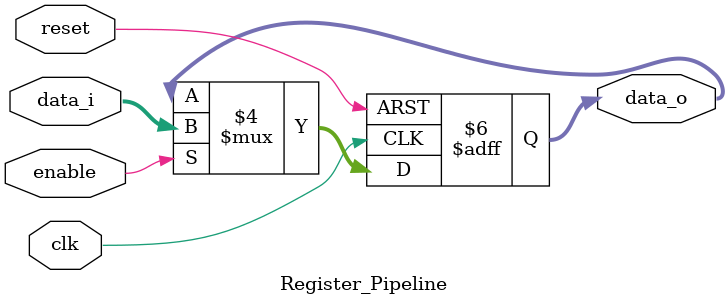
<source format=v>
/******************************************************************
* Description
*	This is the pipeline register that is used to implement pipeline
*	1.0
* Author:
*	Jaime Alberto Camacho Ortiz
* email:
*	ie725668@iteso.mx
* Date:
*	02.07.2021
******************************************************************/
module Register_Pipeline
#(
	parameter N_BITS = 32,
	parameter RST_VALUE = {N_BITS{1'b0}}
)
(
	input clk,
	input reset,
	input enable,
	input  [N_BITS - 1 : 0] data_i,

	output reg [N_BITS - 1:0] data_o
);

always@(negedge reset or negedge clk) begin
	if(reset==0)
		data_o <= RST_VALUE;
	else	
		if(enable == 1)
			data_o <= data_i;
end

endmodule

</source>
